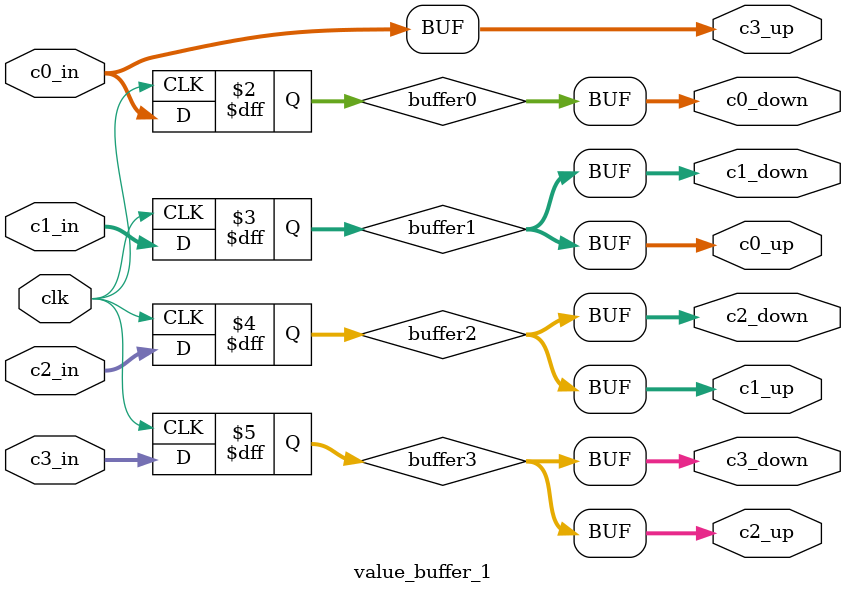
<source format=v>
module value_buffer_1(
	clk,
	c0_in,
	c1_in,
	c2_in,
	c3_in,
	c0_up,
	c1_up,
	c2_up,
	c3_up,
	c0_down,
	c1_down,
	c2_down,
	c3_down
);
input  clk;
input  [63:0] c0_in;
input  [63:0] c1_in;
input  [63:0] c2_in;
input  [63:0] c3_in;
output [63:0] c0_up;
output [63:0] c1_up;
output [63:0] c2_up;
output [63:0] c3_up;
output [63:0] c0_down;
output [63:0] c1_down;
output [63:0] c2_down;
output [63:0] c3_down;
reg [63:0] buffer0;
reg [63:0] buffer1;
reg [63:0] buffer2;
reg [63:0] buffer3;
always@(posedge clk) begin
  buffer0 <= c0_in;
  buffer1 <= c1_in;
  buffer2 <= c2_in;
  buffer3 <= c3_in; 
  end
assign c0_down = buffer0;
assign c1_down = buffer1;
assign c2_down = buffer2;
assign c3_down = buffer3;
assign c0_up = buffer1;
assign c1_up = buffer2;
assign c2_up = buffer3;
assign c3_up = c0_in;
endmodule
</source>
